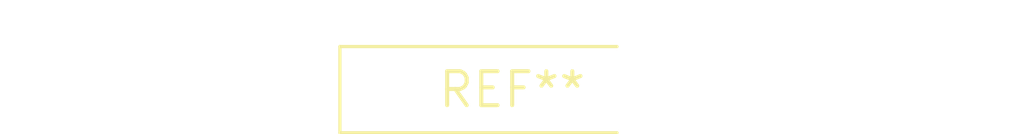
<source format=kicad_pcb>
(kicad_pcb (version 20240108) (generator pcbnew)
  (layers (0 "F.Cu" signal) (31 "B.Cu" signal) (34 "B.Paste" user) (35 "F.Paste" user) (36 "B.SilkS" user "B.Silkscreen") (37 "F.SilkS" user "F.Silkscreen") (38 "B.Mask" user) (39 "F.Mask" user) (44 "Edge.Cuts" user))
  (net 0 "")
  (footprint "D_MELF-RM10_Universal_Handsoldering" (layer "F.Cu") (at 0 0)
    (property "Reference" "REF**")
    (property "Value" "D_MELF-RM10_Universal_Handsoldering")
    (fp_line (start -6.41 -1.61) (end -6.41 1.61) (layer "F.SilkS") (stroke (width 0.12)))
    (fp_line (start -6.41 1.61) (end 3.9 1.61) (layer "F.SilkS") (stroke (width 0.12)))
    (fp_line (start 3.9 -1.61) (end -6.41 -1.61) (layer "F.SilkS") (stroke (width 0.12)))
    (pad "1" thru_hole roundrect (at -5 0) (size 4.5 2.7) (drill 1.19888 (offset 1.1 0)) (layers *.Cu *.Mask) (remove_unused_layers) (roundrect_rratio 0.0925925926))
    (pad "2" thru_hole roundrect (at 5 0 180) (size 4.5 2.7) (drill 1.19888 (offset 1.1 0)) (layers *.Cu *.Mask) (remove_unused_layers) (roundrect_rratio 0.0925925926))
  )
)
</source>
